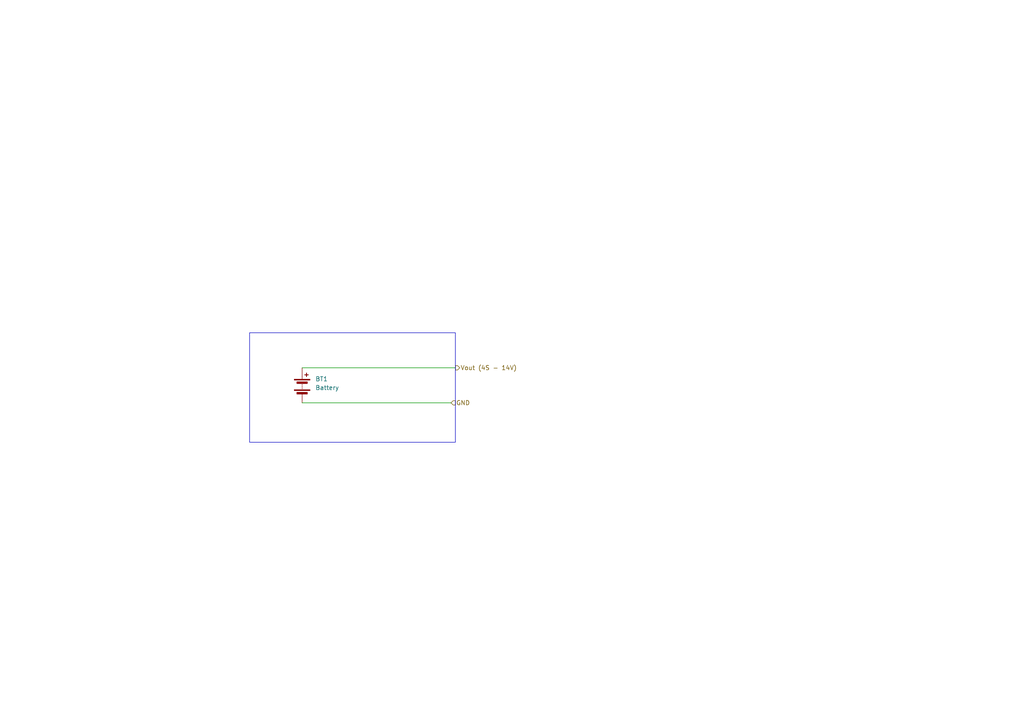
<source format=kicad_sch>
(kicad_sch (version 20231120) (generator "eeschema") (generator_version "8.0")
  (paper "A4")
  (lib_symbols
    (symbol "Device:Battery" (pin_numbers hide) (pin_names (offset 0) hide)
      (property "Reference" "BT" (at 2.54 2.54 0))
      (property "Value" "Battery" (at 2.54 0 0))
      (symbol "Battery_0_1"
        (rectangle (start -2.286 -1.27) (end 2.286 -1.524) (fill (type outline)))
        (rectangle (start -2.286 1.778) (end 2.286 1.524) (fill (type outline)))
        (rectangle (start -1.524 -2.032) (end 1.524 -2.54) (fill (type outline)))
        (rectangle (start -1.524 1.016) (end 1.524 0.508) (fill (type outline)))
        (polyline (pts (xy 0 -1.016) (xy 0 -0.762)))
        (polyline (pts (xy 0 -0.508) (xy 0 -0.254)))
        (polyline (pts (xy 0 0) (xy 0 0.254)))
        (polyline (pts (xy 0 1.778) (xy 0 2.54)))
        (polyline (pts (xy 0.762 3.048) (xy 1.778 3.048)) (stroke (width 0.254)))
        (polyline (pts (xy 1.27 3.556) (xy 1.27 2.54)) (stroke (width 0.254)))
      )
      (symbol "Battery_1_1"
        (pin passive line (at 0 5.08 270) (length 2.54) (name "+") (number "1"))
        (pin passive line (at 0 -5.08 90) (length 2.54) (name "-") (number "2"))
      )
    )
  )
  (wire (pts (xy 87.63 106.68) (xy 132.08 106.68)))
  (wire (pts (xy 87.63 116.84) (xy 130.81 116.84)))
  (rectangle (start 72.39 96.52) (end 132.08 128.27))
  (hierarchical_label "Vout (4S - 14V)" (shape output) (at 132.08 106.68 0))
  (hierarchical_label "GND" (shape input) (at 130.81 116.84 0))
  (symbol (lib_id "Device:Battery") (at 87.63 111.76 0) (unit 1)
    (property "Reference" "BT1" (at 91.44 109.9184 0) (effects (justify left)))
    (property "Value" "Battery" (at 91.44 112.4584 0) (effects (justify left)))
    (property "Description" "Multiple-cell battery" (effects (hide yes)))
  )
)
</source>
